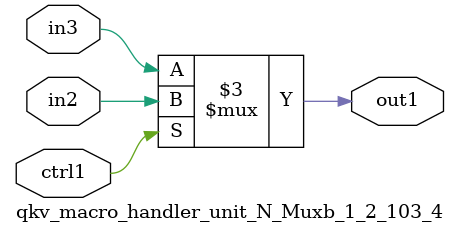
<source format=v>

`timescale 1ps / 1ps


module qkv_macro_handler_unit_N_Muxb_1_2_103_4( in3, in2, ctrl1, out1 );

    input in3;
    input in2;
    input ctrl1;
    output out1;
    reg out1;

    
    // rtl_process:qkv_macro_handler_unit_N_Muxb_1_2_103_4/qkv_macro_handler_unit_N_Muxb_1_2_103_4_thread_1
    always @*
      begin : qkv_macro_handler_unit_N_Muxb_1_2_103_4_thread_1
        case (ctrl1) 
          1'b1: 
            begin
              out1 = in2;
            end
          default: 
            begin
              out1 = in3;
            end
        endcase
      end

endmodule





</source>
